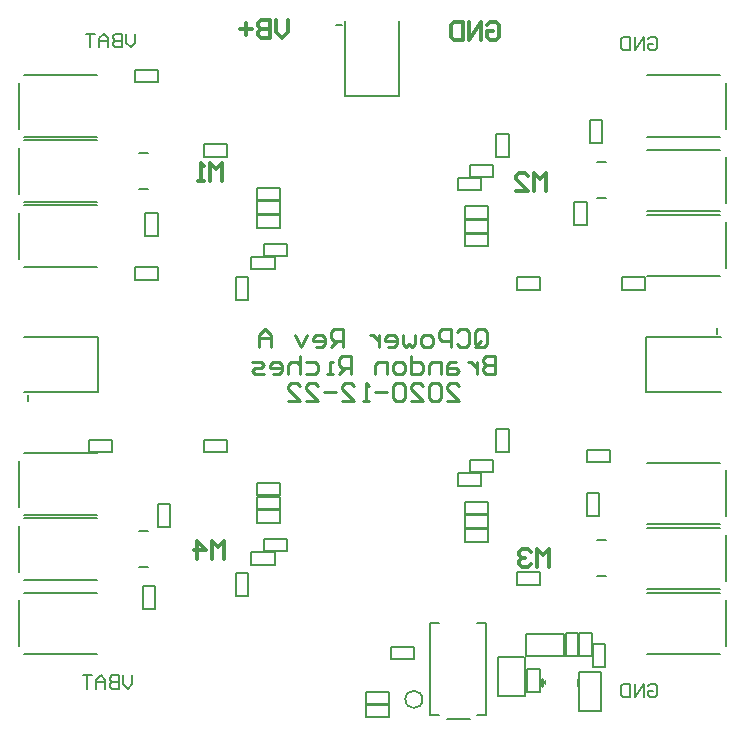
<source format=gbo>
G04*
G04 #@! TF.GenerationSoftware,Altium Limited,Altium Designer,19.1.7 (138)*
G04*
G04 Layer_Color=32896*
%FSLAX44Y44*%
%MOMM*%
G71*
G01*
G75*
%ADD10C,0.2540*%
%ADD12C,0.1524*%
%ADD15C,0.1778*%
%ADD16C,0.3556*%
%ADD99C,0.2032*%
D10*
X143764Y-272265D02*
Y-266215D01*
X62931Y-30460D02*
X73088D01*
X62931Y-20303D01*
Y-17764D01*
X65470Y-15225D01*
X70549D01*
X73088Y-17764D01*
X57853D02*
X55313Y-15225D01*
X50235D01*
X47696Y-17764D01*
Y-27921D01*
X50235Y-30460D01*
X55313D01*
X57853Y-27921D01*
Y-17764D01*
X32461Y-30460D02*
X42618D01*
X32461Y-20303D01*
Y-17764D01*
X35000Y-15225D01*
X40078D01*
X42618Y-17764D01*
X27382D02*
X24843Y-15225D01*
X19765D01*
X17226Y-17764D01*
Y-27921D01*
X19765Y-30460D01*
X24843D01*
X27382Y-27921D01*
Y-17764D01*
X12147Y-22843D02*
X1991D01*
X-3088Y-30460D02*
X-8166D01*
X-5627D01*
Y-15225D01*
X-3088Y-17764D01*
X-25940Y-30460D02*
X-15784D01*
X-25940Y-20303D01*
Y-17764D01*
X-23401Y-15225D01*
X-18323D01*
X-15784Y-17764D01*
X-31019Y-22843D02*
X-41175D01*
X-56410Y-30460D02*
X-46254D01*
X-56410Y-20303D01*
Y-17764D01*
X-53871Y-15225D01*
X-48793D01*
X-46254Y-17764D01*
X-71645Y-30460D02*
X-61489D01*
X-71645Y-20303D01*
Y-17764D01*
X-69106Y-15225D01*
X-64028D01*
X-61489Y-17764D01*
X103558Y7275D02*
Y-7960D01*
X95940D01*
X93401Y-5421D01*
Y-2882D01*
X95940Y-342D01*
X103558D01*
X95940D01*
X93401Y2197D01*
Y4736D01*
X95940Y7275D01*
X103558D01*
X88323Y2197D02*
Y-7960D01*
Y-2882D01*
X85784Y-342D01*
X83244Y2197D01*
X80705D01*
X70549D02*
X65470D01*
X62931Y-342D01*
Y-7960D01*
X70549D01*
X73088Y-5421D01*
X70549Y-2882D01*
X62931D01*
X57853Y-7960D02*
Y2197D01*
X50235D01*
X47696Y-342D01*
Y-7960D01*
X32461Y7275D02*
Y-7960D01*
X40078D01*
X42618Y-5421D01*
Y-342D01*
X40078Y2197D01*
X32461D01*
X24843Y-7960D02*
X19765D01*
X17226Y-5421D01*
Y-342D01*
X19765Y2197D01*
X24843D01*
X27382Y-342D01*
Y-5421D01*
X24843Y-7960D01*
X12147D02*
Y2197D01*
X4530D01*
X1991Y-342D01*
Y-7960D01*
X-18323D02*
Y7275D01*
X-25940D01*
X-28479Y4736D01*
Y-342D01*
X-25940Y-2882D01*
X-18323D01*
X-23401D02*
X-28479Y-7960D01*
X-33558D02*
X-38636D01*
X-36097D01*
Y2197D01*
X-33558D01*
X-56410D02*
X-48793D01*
X-46254Y-342D01*
Y-5421D01*
X-48793Y-7960D01*
X-56410D01*
X-61489Y7275D02*
Y-7960D01*
Y-342D01*
X-64028Y2197D01*
X-69106D01*
X-71645Y-342D01*
Y-7960D01*
X-84341D02*
X-79263D01*
X-76724Y-5421D01*
Y-342D01*
X-79263Y2197D01*
X-84341D01*
X-86881Y-342D01*
Y-2882D01*
X-76724D01*
X-91959Y-7960D02*
X-99577D01*
X-102116Y-5421D01*
X-99577Y-2882D01*
X-94498D01*
X-91959Y-342D01*
X-94498Y2197D01*
X-102116D01*
X87053Y17079D02*
Y27236D01*
X89592Y29775D01*
X94671D01*
X97210Y27236D01*
Y17079D01*
X94671Y14540D01*
X89592D01*
X92132Y19618D02*
X87053Y14540D01*
X89592D02*
X87053Y17079D01*
X71818Y27236D02*
X74357Y29775D01*
X79436D01*
X81975Y27236D01*
Y17079D01*
X79436Y14540D01*
X74357D01*
X71818Y17079D01*
X66740Y14540D02*
Y29775D01*
X59122D01*
X56583Y27236D01*
Y22157D01*
X59122Y19618D01*
X66740D01*
X48966Y14540D02*
X43887D01*
X41348Y17079D01*
Y22157D01*
X43887Y24697D01*
X48966D01*
X51505Y22157D01*
Y17079D01*
X48966Y14540D01*
X36270Y24697D02*
Y17079D01*
X33730Y14540D01*
X31191Y17079D01*
X28652Y14540D01*
X26113Y17079D01*
Y24697D01*
X13417Y14540D02*
X18495D01*
X21035Y17079D01*
Y22157D01*
X18495Y24697D01*
X13417D01*
X10878Y22157D01*
Y19618D01*
X21035D01*
X5799Y24697D02*
Y14540D01*
Y19618D01*
X3260Y22157D01*
X721Y24697D01*
X-1818D01*
X-24671Y14540D02*
Y29775D01*
X-32288D01*
X-34827Y27236D01*
Y22157D01*
X-32288Y19618D01*
X-24671D01*
X-29749D02*
X-34827Y14540D01*
X-47523D02*
X-42445D01*
X-39906Y17079D01*
Y22157D01*
X-42445Y24697D01*
X-47523D01*
X-50062Y22157D01*
Y19618D01*
X-39906D01*
X-55141Y24697D02*
X-60219Y14540D01*
X-65298Y24697D01*
X-85611Y14540D02*
Y24697D01*
X-90689Y29775D01*
X-95768Y24697D01*
Y14540D01*
Y22157D01*
X-85611D01*
D12*
X146545Y-270489D02*
G03*
X146545Y-267991I-2781J1249D01*
G01*
X42520Y-283500D02*
G03*
X42520Y-283500I-7270J0D01*
G01*
X-5510Y-287990D02*
X14010D01*
X14010Y-298510D02*
X14010Y-287990D01*
X-5510Y-298510D02*
X-5510Y-287990D01*
X-5510Y-298510D02*
X14010D01*
X16240Y-249260D02*
X35760D01*
X16240D02*
X16240Y-238740D01*
X35760Y-249260D02*
X35760Y-238740D01*
X16240D02*
X35760D01*
X-5510Y-287760D02*
X14010D01*
X-5510D02*
X-5510Y-277240D01*
X14010Y-287760D02*
X14010Y-277240D01*
X-5510D02*
X14010D01*
X122740Y63489D02*
X142260D01*
X122740D02*
X122740Y74009D01*
X142260Y63489D02*
Y74009D01*
X122740D02*
X142260D01*
X-142260Y-63490D02*
X-122740D01*
X-122740Y-74010D02*
X-122740Y-63490D01*
X-142260Y-74010D02*
X-142260Y-63490D01*
X-142260Y-74010D02*
X-122740D01*
X62898Y-299687D02*
X82898D01*
X49149Y-296672D02*
X56910D01*
X88886D02*
X96647D01*
Y-219202D01*
X49149D02*
X56910D01*
X49149Y-296672D02*
Y-219202D01*
X88886D02*
X96647D01*
X175380Y-293139D02*
Y-260579D01*
X193937D01*
X175380Y-293139D02*
X193937D01*
Y-260579D01*
X163905Y-246603D02*
Y-227083D01*
X174425Y-227083D01*
X163905Y-246603D02*
X174425Y-246603D01*
Y-227083D01*
X185847Y-246603D02*
Y-227083D01*
X175327Y-246603D02*
X185847Y-246603D01*
X175327Y-227083D02*
X185847Y-227083D01*
X175327Y-246603D02*
Y-227083D01*
X130025Y-228211D02*
X162585D01*
Y-246768D02*
Y-228211D01*
X130025Y-246768D02*
Y-228211D01*
Y-246768D02*
X162585D01*
X174244Y-272265D02*
Y-266215D01*
X141659Y-277475D02*
Y-257955D01*
X131139Y-277475D02*
X141659Y-277475D01*
X131139Y-257955D02*
X141659Y-257955D01*
X131139Y-277475D02*
Y-257955D01*
X-201010Y82510D02*
X-181490D01*
X-181490Y71990D02*
X-181490Y82510D01*
X-201010Y71990D02*
X-201010Y82510D01*
X-201010Y71990D02*
X-181490D01*
Y108490D02*
Y128010D01*
X-192010Y108490D02*
X-181490Y108490D01*
X-192010Y128010D02*
X-181490D01*
X-192010Y108490D02*
Y128010D01*
X-197810Y-140760D02*
X-190190D01*
X-197810Y-171240D02*
X-190190D01*
X-239760Y-63724D02*
X-220240D01*
X-220240Y-74244D02*
X-220240Y-63724D01*
X-239760Y-74244D02*
X-239760Y-63724D01*
X-239760Y-74244D02*
X-220240D01*
X-181536Y-137442D02*
Y-117922D01*
X-171016Y-117922D01*
X-181536Y-137442D02*
X-171016Y-137442D01*
Y-117922D01*
X-183970Y-207118D02*
Y-187598D01*
X-194490Y-207118D02*
X-183970Y-207118D01*
X-194490Y-187598D02*
X-183970Y-187598D01*
X-194490Y-207118D02*
Y-187598D01*
X78242Y100085D02*
X97762D01*
X78242D02*
X78242Y110605D01*
X97762Y100085D02*
X97762Y110605D01*
X78242D02*
X97762D01*
X78242Y111763D02*
X97762D01*
X78242D02*
X78242Y122283D01*
X97762Y111763D02*
X97762Y122283D01*
X78242D02*
X97762D01*
X78242Y-149914D02*
X97762D01*
X78242D02*
X78242Y-139394D01*
X97762Y-149914D02*
X97762Y-139394D01*
X78242D02*
X97762D01*
X78242Y-138236D02*
X97762D01*
X78242D02*
X78242Y-127716D01*
X97762Y-138236D02*
X97762Y-127716D01*
X78242D02*
X97762D01*
X-97762Y-100086D02*
X-78242D01*
X-78242Y-110606D02*
X-78242Y-100086D01*
X-97762Y-110606D02*
X-97762Y-100086D01*
X-97762Y-110606D02*
X-78242D01*
X-97762Y-111764D02*
X-78242D01*
X-78242Y-122284D02*
X-78242Y-111764D01*
X-97762Y-122284D02*
X-97762Y-111764D01*
X-97762Y-122284D02*
X-78242D01*
X-97762Y138236D02*
X-78242D01*
X-78242Y127716D02*
X-78242Y138236D01*
X-97762Y127716D02*
X-97762Y138236D01*
X-97762Y127716D02*
X-78242D01*
X-97762Y149914D02*
X-78242D01*
X-78242Y139394D02*
X-78242Y149914D01*
X-97762Y139394D02*
X-97762Y149914D01*
X-97762Y139394D02*
X-78242D01*
X190190Y-148760D02*
X197810D01*
X190190Y-179240D02*
X197810D01*
X190190Y171239D02*
X197810D01*
X190190Y140759D02*
X197810D01*
X-197810Y148760D02*
X-190190D01*
X-197810Y179240D02*
X-190190D01*
X232000Y23000D02*
X295000D01*
X232000Y-23000D02*
Y23000D01*
Y-23000D02*
X295000D01*
X-23000Y227604D02*
Y290604D01*
Y227604D02*
X23000D01*
Y290604D01*
X-295000Y-23000D02*
X-232000D01*
Y23000D01*
X-295000D02*
X-232000D01*
X122740Y-186510D02*
X142260D01*
X122740D02*
X122740Y-175990D01*
X142260Y-186510D02*
X142260Y-175990D01*
X122740D02*
X142260D01*
X-142260Y186510D02*
X-122740D01*
X-122740Y175990D02*
X-122740Y186510D01*
X-142260Y175990D02*
Y186510D01*
Y175990D02*
X-122740D01*
X-92012Y-147586D02*
X-72492D01*
X-72492Y-158106D02*
X-72492Y-147586D01*
X-92012Y-158106D02*
X-92012Y-147586D01*
X-92012Y-158106D02*
X-72492D01*
X72492Y-102414D02*
X92012D01*
X72492D02*
X72492Y-91894D01*
X92012Y-102414D02*
X92012Y-91894D01*
X72492D02*
X92012D01*
X72492Y147585D02*
X92012D01*
X72492D02*
X72492Y158105D01*
X92012Y147585D02*
X92012Y158105D01*
X72492D02*
X92012D01*
X-92012Y102414D02*
X-72492D01*
X-72492Y91894D02*
X-72492Y102414D01*
X-92012Y91894D02*
Y102414D01*
Y91894D02*
X-72492D01*
X-115512Y-195606D02*
Y-176086D01*
X-104992Y-176086D01*
X-115512Y-195606D02*
X-104992Y-195606D01*
Y-176086D01*
X115512Y-73914D02*
Y-54394D01*
X104992Y-73914D02*
X115512Y-73914D01*
X104992Y-54394D02*
X115512Y-54394D01*
X104992Y-73914D02*
Y-54394D01*
X115512Y176085D02*
Y195606D01*
X104992Y176085D02*
X115512Y176085D01*
X104992Y195606D02*
X115512D01*
X104992Y176085D02*
Y195606D01*
X-115512Y54394D02*
Y73914D01*
X-104992D01*
X-115512Y54394D02*
X-104992Y54394D01*
Y73914D01*
X-102262Y-158836D02*
X-82742D01*
X-82742Y-169356D02*
X-82742Y-158836D01*
X-102262Y-169356D02*
X-102262Y-158836D01*
X-102262Y-169356D02*
X-82742D01*
X82742Y-91164D02*
X102262D01*
X82742D02*
X82742Y-80644D01*
X102262Y-91164D02*
X102262Y-80644D01*
X82742D02*
X102262D01*
X82742Y158835D02*
X102262D01*
X82742D02*
X82742Y169356D01*
X102262Y158835D02*
Y169356D01*
X82742D02*
X102262D01*
X-102262Y91164D02*
X-82742D01*
Y80644D02*
Y91164D01*
X-102262Y80644D02*
X-102262Y91164D01*
X-102262Y80644D02*
X-82742D01*
X197010Y-256260D02*
Y-236740D01*
X186490Y-256260D02*
X197010Y-256260D01*
X186490Y-236740D02*
X197010Y-236740D01*
X186490Y-256260D02*
Y-236740D01*
X211740Y74010D02*
X231260D01*
X231260Y63490D02*
X231260Y74010D01*
X211740Y63490D02*
X211740Y74010D01*
X211740Y63490D02*
X231260D01*
X-201010Y239240D02*
X-181490D01*
X-201010D02*
Y249760D01*
X-181490Y239240D02*
X-181490Y249760D01*
X-201010D02*
X-181490D01*
X192010Y-128010D02*
Y-108490D01*
X181490Y-128010D02*
X192010Y-128010D01*
X181490Y-108490D02*
X192010Y-108490D01*
X181490Y-128010D02*
Y-108490D01*
X171016Y117921D02*
Y137441D01*
X181536D01*
X171016Y117921D02*
X181536Y117921D01*
Y137441D01*
X181490Y-71990D02*
X201010D01*
X201010Y-82510D02*
X201010Y-71990D01*
X181490Y-82510D02*
X181490Y-71990D01*
X181490Y-82510D02*
X201010D01*
X194490Y187597D02*
Y207117D01*
X183970Y187597D02*
X194490Y187597D01*
X183970Y207117D02*
X194490Y207117D01*
X183970Y187597D02*
Y207117D01*
X-97758Y-123442D02*
X-78238D01*
X-78238Y-133962D02*
X-78238Y-123442D01*
X-97758Y-133962D02*
X-97758Y-123442D01*
X-97758Y-133962D02*
X-78238D01*
X78238Y-126558D02*
X97758D01*
X78238D02*
X78238Y-116038D01*
X97758Y-126558D02*
X97758Y-116038D01*
X78238D02*
X97758D01*
X78238Y123441D02*
X97758D01*
X78238D02*
Y133961D01*
X97758Y123441D02*
X97758Y133961D01*
X78238D02*
X97758D01*
X-97758Y126558D02*
X-78238D01*
X-78238Y116038D02*
X-78238Y126558D01*
X-97758Y116038D02*
X-97758Y126558D01*
X-97758Y116038D02*
X-78238D01*
D15*
X106605Y-280658D02*
Y-247658D01*
X106855Y-280908D02*
X128855D01*
X106857Y-247409D02*
X128857D01*
X129107Y-280659D02*
Y-247659D01*
X-299274Y-175375D02*
Y-136625D01*
X-294501Y-130001D02*
X-233002Y-130001D01*
X-294499Y-181997D02*
X-232999D01*
X-299274Y-120375D02*
Y-81625D01*
X-294501Y-75001D02*
X-233002Y-75001D01*
X-294499Y-126997D02*
X-232999D01*
X-299274Y-238375D02*
Y-199625D01*
X-294501Y-193001D02*
X-233002Y-193001D01*
X-294499Y-244997D02*
X-232999D01*
X232999Y-138003D02*
X294499D01*
X233002Y-189999D02*
X294501Y-189999D01*
X299274Y-183375D02*
Y-144625D01*
X232999Y181996D02*
X294499D01*
X233002Y130001D02*
X294502Y130001D01*
X299274Y136624D02*
Y175374D01*
X-294499Y138003D02*
X-232999D01*
X-294501Y189999D02*
X-233002Y189999D01*
X-299274Y144625D02*
Y183375D01*
X232999Y-193003D02*
X294499D01*
X233002Y-244999D02*
X294501Y-244998D01*
X299274Y-238375D02*
Y-199625D01*
X232999Y126996D02*
X294499D01*
X233002Y75001D02*
X294502Y75001D01*
X299274Y81624D02*
Y120374D01*
X-294499Y193003D02*
X-232999D01*
X-294501Y244999D02*
X-233002Y244999D01*
X-299274Y199625D02*
Y238375D01*
X232999Y-83003D02*
X294499D01*
X233002Y-134999D02*
X294501Y-134999D01*
X299274Y-128375D02*
Y-89625D01*
X232999Y244996D02*
X294499D01*
X233002Y193001D02*
X294502Y193001D01*
X299274Y199624D02*
Y238374D01*
X-294499Y83003D02*
X-232999D01*
X-294501Y134999D02*
X-233002Y134999D01*
X-299274Y89625D02*
Y128375D01*
X-291809Y-25778D02*
Y-30856D01*
X-25778Y287413D02*
X-30856D01*
X291809Y25778D02*
Y30856D01*
D16*
X149860Y-171450D02*
Y-156215D01*
X144782Y-161293D01*
X139703Y-156215D01*
Y-171450D01*
X134625Y-158754D02*
X132086Y-156215D01*
X127007D01*
X124468Y-158754D01*
Y-161293D01*
X127007Y-163832D01*
X129547D01*
X127007D01*
X124468Y-166372D01*
Y-168911D01*
X127007Y-171450D01*
X132086D01*
X134625Y-168911D01*
X147320Y146812D02*
Y162047D01*
X142242Y156969D01*
X137163Y162047D01*
Y146812D01*
X121928D02*
X132085D01*
X121928Y156969D01*
Y159508D01*
X124467Y162047D01*
X129546D01*
X132085Y159508D01*
X97037Y287502D02*
X99577Y290041D01*
X104655D01*
X107194Y287502D01*
Y277345D01*
X104655Y274806D01*
X99577D01*
X97037Y277345D01*
Y282423D01*
X102116D01*
X91959Y274806D02*
Y290041D01*
X81802Y274806D01*
Y290041D01*
X76724D02*
Y274806D01*
X69106D01*
X66567Y277345D01*
Y287502D01*
X69106Y290041D01*
X76724D01*
X-125730Y-164592D02*
Y-149357D01*
X-130808Y-154435D01*
X-135887Y-149357D01*
Y-164592D01*
X-148583D02*
Y-149357D01*
X-140965Y-156974D01*
X-151122D01*
X-71556Y292041D02*
Y281884D01*
X-76634Y276806D01*
X-81713Y281884D01*
Y292041D01*
X-86791D02*
Y276806D01*
X-94409D01*
X-96948Y279345D01*
Y281884D01*
X-94409Y284424D01*
X-86791D01*
X-94409D01*
X-96948Y286963D01*
Y289502D01*
X-94409Y292041D01*
X-86791D01*
X-102026Y284424D02*
X-112183D01*
X-107105Y289502D02*
Y279345D01*
X-127000Y155702D02*
Y170937D01*
X-132078Y165859D01*
X-137157Y170937D01*
Y155702D01*
X-142235D02*
X-147313D01*
X-144774D01*
Y170937D01*
X-142235Y168398D01*
D99*
X-203032Y-263042D02*
Y-270659D01*
X-206841Y-274468D01*
X-210650Y-270659D01*
Y-263042D01*
X-214458D02*
Y-274468D01*
X-220172D01*
X-222076Y-272564D01*
Y-270659D01*
X-220172Y-268755D01*
X-214458D01*
X-220172D01*
X-222076Y-266850D01*
Y-264946D01*
X-220172Y-263042D01*
X-214458D01*
X-225885Y-274468D02*
Y-266850D01*
X-229693Y-263042D01*
X-233502Y-266850D01*
Y-274468D01*
Y-268755D01*
X-225885D01*
X-237311Y-263042D02*
X-244928D01*
X-241120D01*
Y-274468D01*
X-200782Y279958D02*
Y272341D01*
X-204591Y268532D01*
X-208400Y272341D01*
Y279958D01*
X-212208D02*
Y268532D01*
X-217922D01*
X-219826Y270436D01*
Y272341D01*
X-217922Y274245D01*
X-212208D01*
X-217922D01*
X-219826Y276150D01*
Y278054D01*
X-217922Y279958D01*
X-212208D01*
X-223635Y268532D02*
Y276150D01*
X-227443Y279958D01*
X-231252Y276150D01*
Y268532D01*
Y274245D01*
X-223635D01*
X-235061Y279958D02*
X-242679D01*
X-238870D01*
Y268532D01*
X233601Y275554D02*
X235505Y277458D01*
X239314D01*
X241218Y275554D01*
Y267936D01*
X239314Y266032D01*
X235505D01*
X233601Y267936D01*
Y271745D01*
X237409D01*
X229792Y266032D02*
Y277458D01*
X222174Y266032D01*
Y277458D01*
X218365D02*
Y266032D01*
X212652D01*
X210748Y267936D01*
Y275554D01*
X212652Y277458D01*
X218365D01*
X233601Y-272196D02*
X235505Y-270292D01*
X239314D01*
X241218Y-272196D01*
Y-279814D01*
X239314Y-281718D01*
X235505D01*
X233601Y-279814D01*
Y-276005D01*
X237409D01*
X229792Y-281718D02*
Y-270292D01*
X222174Y-281718D01*
Y-270292D01*
X218365D02*
Y-281718D01*
X212652D01*
X210748Y-279814D01*
Y-272196D01*
X212652Y-270292D01*
X218365D01*
M02*

</source>
